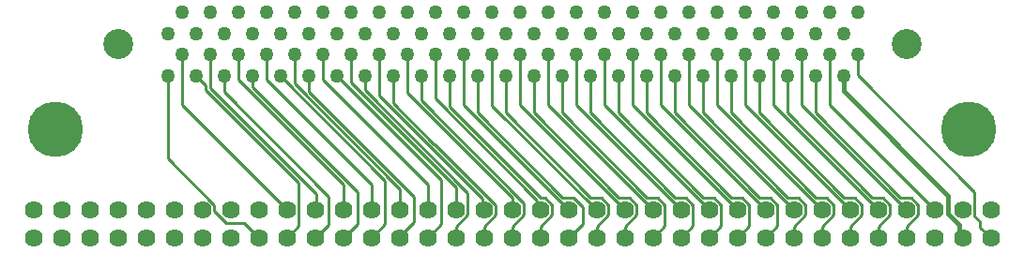
<source format=gbl>
G04*
G04 #@! TF.GenerationSoftware,Altium Limited,Altium Designer,20.0.11 (256)*
G04*
G04 Layer_Physical_Order=2*
G04 Layer_Color=16711680*
%FSLAX25Y25*%
%MOIN*%
G70*
G01*
G75*
%ADD10C,0.01000*%
%ADD18C,0.06378*%
%ADD19C,0.05000*%
%ADD20C,0.10630*%
%ADD21C,0.19685*%
%ADD22C,0.01500*%
D10*
X209161Y-3382D02*
X214283Y1740D01*
Y7562D01*
X210938Y10907D02*
X214283Y7562D01*
X355362Y417D02*
X359161Y-3382D01*
X355362Y417D02*
Y2449D01*
X311813Y54616D02*
X353450Y12979D01*
Y4361D02*
Y12979D01*
Y4361D02*
X355362Y2449D01*
X311813Y54616D02*
Y61854D01*
X330938Y10907D02*
X333450Y8395D01*
X320938Y10907D02*
X323450Y8395D01*
X310938Y10907D02*
X313450Y8395D01*
X300938Y10907D02*
X303450Y8395D01*
X290938Y10907D02*
X293450Y8395D01*
X280938Y10907D02*
X283450Y8395D01*
X270938Y10907D02*
X273450Y8395D01*
X260938Y10907D02*
X263450Y8395D01*
X250938Y10907D02*
X253450Y8395D01*
X327135Y10907D02*
X330938D01*
X296814Y41229D02*
Y54354D01*
Y41229D02*
X327135Y10907D01*
X317135D02*
X320938D01*
X286813Y41229D02*
Y54354D01*
Y41229D02*
X317135Y10907D01*
X307135D02*
X310938D01*
X276814Y41229D02*
Y54354D01*
Y41229D02*
X307135Y10907D01*
X297135D02*
X300938D01*
X266813Y41229D02*
Y54354D01*
Y41229D02*
X297135Y10907D01*
X287135D02*
X290938D01*
X256814Y41229D02*
Y54354D01*
Y41229D02*
X287135Y10907D01*
X277135D02*
X280938D01*
X246814Y41229D02*
Y54354D01*
Y41229D02*
X277135Y10907D01*
X267135D02*
X270938D01*
X236813Y41229D02*
Y54354D01*
Y41229D02*
X267135Y10907D01*
X257135D02*
X260938D01*
X226814Y41229D02*
Y54354D01*
Y41229D02*
X257135Y10907D01*
X247135D02*
X250938D01*
X216813Y41229D02*
Y54354D01*
Y41229D02*
X247135Y10907D01*
X237135D02*
X240938D01*
X206814Y41229D02*
Y54354D01*
Y41229D02*
X237135Y10907D01*
X329161Y553D02*
X333450Y4842D01*
X329161Y-3382D02*
Y553D01*
X333450Y4842D02*
Y8395D01*
X319161Y553D02*
X323450Y4842D01*
X319161Y-3382D02*
Y553D01*
X323450Y4842D02*
Y8395D01*
X309161Y553D02*
X313450Y4842D01*
X309161Y-3382D02*
Y553D01*
X313450Y4842D02*
Y8395D01*
X299161Y553D02*
X303450Y4842D01*
X299161Y-3382D02*
Y553D01*
X303450Y4842D02*
Y8395D01*
X289161Y553D02*
X293450Y4842D01*
X289161Y-3382D02*
Y553D01*
X293450Y4842D02*
Y8395D01*
X279161Y-3382D02*
X283450Y907D01*
Y8395D01*
X269161Y-3382D02*
X273450Y907D01*
Y8395D01*
X259161Y-3382D02*
X263450Y907D01*
Y8395D01*
X249161Y-3382D02*
X253450Y907D01*
Y8395D01*
X239161Y-3382D02*
X243450Y907D01*
Y8395D01*
X240938Y10907D02*
X243450Y8395D01*
X229161Y553D02*
X233450Y4842D01*
X227135Y10907D02*
X230938D01*
X196813Y41229D02*
X227135Y10907D01*
X229161Y-3382D02*
Y553D01*
X233450Y4842D02*
Y8395D01*
X230938Y10907D02*
X233450Y8395D01*
X219161Y553D02*
X223450Y4842D01*
X217135Y10907D02*
X220938D01*
X186813Y41229D02*
X217135Y10907D01*
X219161Y-3382D02*
Y553D01*
X223450Y4842D02*
Y8395D01*
X220938Y10907D02*
X223450Y8395D01*
X207135Y10907D02*
X210938D01*
X176813Y41229D02*
X207135Y10907D01*
X199161Y553D02*
X203450Y4842D01*
X199161Y-3382D02*
Y553D01*
X166813Y43378D02*
X199285Y10907D01*
X203450Y4842D02*
Y8395D01*
X200938Y10907D02*
X203450Y8395D01*
X199285Y10907D02*
X200938D01*
X193450Y4842D02*
Y8990D01*
X156813Y45627D02*
X193450Y8990D01*
X189161Y553D02*
X193450Y4842D01*
X189161Y-3382D02*
Y553D01*
X161784Y30061D02*
X183450Y8395D01*
X161323Y30061D02*
X161784D01*
X179161Y553D02*
X183450Y4842D01*
X179161Y-3382D02*
Y553D01*
X183450Y4842D02*
Y8395D01*
X173450Y4842D02*
Y12517D01*
X136813Y49154D02*
X173450Y12517D01*
X169161Y553D02*
X173450Y4842D01*
X169161Y-3382D02*
Y553D01*
X146813Y44571D02*
X161323Y30061D01*
X136813Y49154D02*
Y54354D01*
X146813Y44571D02*
Y54354D01*
X156813Y45627D02*
Y54354D01*
X166813Y43378D02*
Y54354D01*
X176813Y41229D02*
Y54354D01*
X186813Y41229D02*
Y54354D01*
X196813Y41229D02*
Y54354D01*
X151813Y48364D02*
X189161Y11016D01*
X178517Y7262D02*
Y10605D01*
X141813Y47309D02*
X178517Y10605D01*
X169161Y6618D02*
Y14543D01*
X131813Y51891D02*
X169161Y14543D01*
X164028Y1484D02*
Y17140D01*
X126813Y54354D02*
X164028Y17140D01*
X159161Y-3382D02*
X164028Y1484D01*
X161813Y46116D02*
X198132Y9797D01*
X189161Y6618D02*
Y11016D01*
X182013Y43766D02*
Y61654D01*
Y43766D02*
X219161Y6618D01*
X191813Y43966D02*
Y61854D01*
Y43966D02*
X229161Y6618D01*
X171813Y43966D02*
Y61854D01*
Y43966D02*
X209161Y6618D01*
Y6618D02*
Y6618D01*
X161813Y46116D02*
Y61854D01*
X198132Y7647D02*
X199161Y6618D01*
X198132Y7647D02*
Y9797D01*
X151813Y48364D02*
Y61854D01*
X141813Y47309D02*
Y61854D01*
X178517Y7262D02*
X179161Y6618D01*
X131813Y51891D02*
Y61854D01*
X301814Y43966D02*
X339161Y6618D01*
X301814Y43966D02*
Y61854D01*
X291813Y43966D02*
X329161Y6618D01*
X291813Y43966D02*
Y61854D01*
X281814Y43966D02*
X319161Y6618D01*
X281814Y43966D02*
Y61854D01*
X271814Y43966D02*
X309161Y6618D01*
X271814Y43966D02*
Y61854D01*
X261813Y43966D02*
X299161Y6618D01*
X261813Y43966D02*
Y61854D01*
X251814Y43966D02*
X289161Y6618D01*
X251814Y43966D02*
Y61854D01*
X241813Y43966D02*
X279161Y6618D01*
X241813Y43966D02*
Y61854D01*
X231814Y43966D02*
X269161Y6618D01*
X231814Y43966D02*
Y61854D01*
X221814Y43966D02*
X259161Y6618D01*
X221814Y43966D02*
Y61854D01*
X181813D02*
X182013Y61654D01*
X201813Y43966D02*
X239161Y6618D01*
X201813Y43966D02*
Y61854D01*
X211813Y43966D02*
X249161Y6618D01*
X211813Y43966D02*
Y61854D01*
X121813Y53097D02*
X159161Y15749D01*
X121813Y53097D02*
Y61854D01*
X159161Y6618D02*
Y15749D01*
X149161Y-3382D02*
Y-2847D01*
X154283Y2276D01*
Y11290D01*
X116813Y48760D02*
X154283Y11290D01*
X116813Y48760D02*
Y54354D01*
X149161Y6618D02*
X149327Y6784D01*
Y13984D01*
X144075Y1531D02*
Y16973D01*
X106813Y54235D02*
Y54354D01*
Y54235D02*
X144075Y16973D01*
X111813Y51498D02*
Y61854D01*
Y51498D02*
X149327Y13984D01*
X101813Y53097D02*
X139161Y15749D01*
Y-3382D02*
X144075Y1531D01*
X101813Y53097D02*
Y61854D01*
X139161Y6618D02*
Y15749D01*
X129161Y-3382D02*
X134213Y1669D01*
X96813Y54354D02*
X96819Y54349D01*
Y50354D02*
Y54349D01*
Y50354D02*
X134213Y12960D01*
Y1669D02*
Y12960D01*
X91813Y53097D02*
Y61854D01*
Y53097D02*
X129161Y15749D01*
Y6618D02*
Y15749D01*
X119161Y-3382D02*
X123890Y1346D01*
Y11417D01*
X86813Y48493D02*
Y54354D01*
Y48493D02*
X123890Y11417D01*
X71813Y43966D02*
X109161Y6618D01*
X71813Y43966D02*
Y61854D01*
X119161Y6618D02*
X119484Y6941D01*
Y12358D01*
X81814Y50029D02*
X119484Y12358D01*
X76814Y54354D02*
X80213Y50954D01*
X113450Y907D02*
Y16129D01*
X80213Y49366D02*
Y50954D01*
Y49366D02*
X113450Y16129D01*
X81814Y50029D02*
Y61854D01*
X109161Y-3382D02*
X113450Y907D01*
X66813Y25032D02*
Y54354D01*
Y25032D02*
X83450Y8395D01*
Y6264D02*
Y8395D01*
Y6264D02*
X87759Y1955D01*
X93824D01*
X99161Y-3382D01*
D18*
X19161Y6618D02*
D03*
Y-3382D02*
D03*
X29161Y6618D02*
D03*
Y-3382D02*
D03*
X39161Y6618D02*
D03*
Y-3382D02*
D03*
X49161Y6618D02*
D03*
Y-3382D02*
D03*
X59161Y6618D02*
D03*
Y-3382D02*
D03*
X69161Y6618D02*
D03*
Y-3382D02*
D03*
X79161Y6618D02*
D03*
Y-3382D02*
D03*
X89161Y6618D02*
D03*
Y-3382D02*
D03*
X99161Y6618D02*
D03*
Y-3382D02*
D03*
X109161Y6618D02*
D03*
Y-3382D02*
D03*
X119161Y6618D02*
D03*
Y-3382D02*
D03*
X129161Y6618D02*
D03*
Y-3382D02*
D03*
X139161Y6618D02*
D03*
Y-3382D02*
D03*
X149161Y6618D02*
D03*
Y-3382D02*
D03*
X159161Y6618D02*
D03*
Y-3382D02*
D03*
X169161Y6618D02*
D03*
Y-3382D02*
D03*
X179161Y6618D02*
D03*
Y-3382D02*
D03*
X189161Y6618D02*
D03*
Y-3382D02*
D03*
X199161Y6618D02*
D03*
Y-3382D02*
D03*
X209161Y6618D02*
D03*
Y-3382D02*
D03*
X219161Y6618D02*
D03*
Y-3382D02*
D03*
X229161Y6618D02*
D03*
Y-3382D02*
D03*
X239161Y6618D02*
D03*
Y-3382D02*
D03*
X249161Y6618D02*
D03*
Y-3382D02*
D03*
X259161Y6618D02*
D03*
Y-3382D02*
D03*
X269161Y6618D02*
D03*
Y-3382D02*
D03*
X279161Y6618D02*
D03*
Y-3382D02*
D03*
X289161Y6618D02*
D03*
Y-3382D02*
D03*
X299161Y6618D02*
D03*
Y-3382D02*
D03*
X309161Y6618D02*
D03*
Y-3382D02*
D03*
X319161Y6618D02*
D03*
Y-3382D02*
D03*
X329161Y6618D02*
D03*
Y-3382D02*
D03*
X339161Y6618D02*
D03*
Y-3382D02*
D03*
X349161Y6618D02*
D03*
Y-3382D02*
D03*
X359161Y6618D02*
D03*
Y-3382D02*
D03*
D19*
X311813Y76854D02*
D03*
X301814D02*
D03*
X291813D02*
D03*
X281814D02*
D03*
X271814D02*
D03*
X261813D02*
D03*
X251814D02*
D03*
X241813D02*
D03*
X231814D02*
D03*
X221814D02*
D03*
X211813D02*
D03*
X201813D02*
D03*
X191813D02*
D03*
X181813D02*
D03*
X171813D02*
D03*
X161813D02*
D03*
X151813D02*
D03*
X141813D02*
D03*
X131813D02*
D03*
X121813D02*
D03*
X111813D02*
D03*
X101813D02*
D03*
X91813D02*
D03*
X81814D02*
D03*
X71813D02*
D03*
X306814Y69354D02*
D03*
X296814D02*
D03*
X286813D02*
D03*
X276814D02*
D03*
X266813D02*
D03*
X256814D02*
D03*
X246814D02*
D03*
X236813D02*
D03*
X226814D02*
D03*
X216813D02*
D03*
X206814D02*
D03*
X196813D02*
D03*
X186813D02*
D03*
X176813D02*
D03*
X166813D02*
D03*
X156813D02*
D03*
X146813D02*
D03*
X136813D02*
D03*
X126813D02*
D03*
X116813D02*
D03*
X106813D02*
D03*
X96813D02*
D03*
X86813D02*
D03*
X76814D02*
D03*
X66813D02*
D03*
X311813Y61854D02*
D03*
X301814D02*
D03*
X291813D02*
D03*
X281814D02*
D03*
X271814D02*
D03*
X261813D02*
D03*
X251814D02*
D03*
X241813D02*
D03*
X231814D02*
D03*
X221814D02*
D03*
X211813D02*
D03*
X201813D02*
D03*
X191813D02*
D03*
X181813D02*
D03*
X171813D02*
D03*
X161813D02*
D03*
X151813D02*
D03*
X141813D02*
D03*
X131813D02*
D03*
X121813D02*
D03*
X111813D02*
D03*
X101813D02*
D03*
X91813D02*
D03*
X81814D02*
D03*
X71813D02*
D03*
X306814Y54354D02*
D03*
X296814D02*
D03*
X286813D02*
D03*
X276814D02*
D03*
X266813D02*
D03*
X256814D02*
D03*
X246814D02*
D03*
X236813D02*
D03*
X226814D02*
D03*
X216813D02*
D03*
X206814D02*
D03*
X196813D02*
D03*
X186813D02*
D03*
X176813D02*
D03*
X166813D02*
D03*
X156813D02*
D03*
X146813D02*
D03*
X136813D02*
D03*
X126813D02*
D03*
X116813D02*
D03*
X106813D02*
D03*
X96813D02*
D03*
X86813D02*
D03*
X76814D02*
D03*
X66813D02*
D03*
D20*
X49313Y65604D02*
D03*
X329313D02*
D03*
D21*
X351319Y35228D02*
D03*
X26839D02*
D03*
D22*
X344035Y5283D02*
X348132Y1186D01*
X344035Y5283D02*
Y11708D01*
X306814Y48930D02*
X344035Y11708D01*
X348132Y-2353D02*
X349161Y-3382D01*
X348132Y-2353D02*
Y1186D01*
X306814Y48930D02*
Y54354D01*
M02*

</source>
